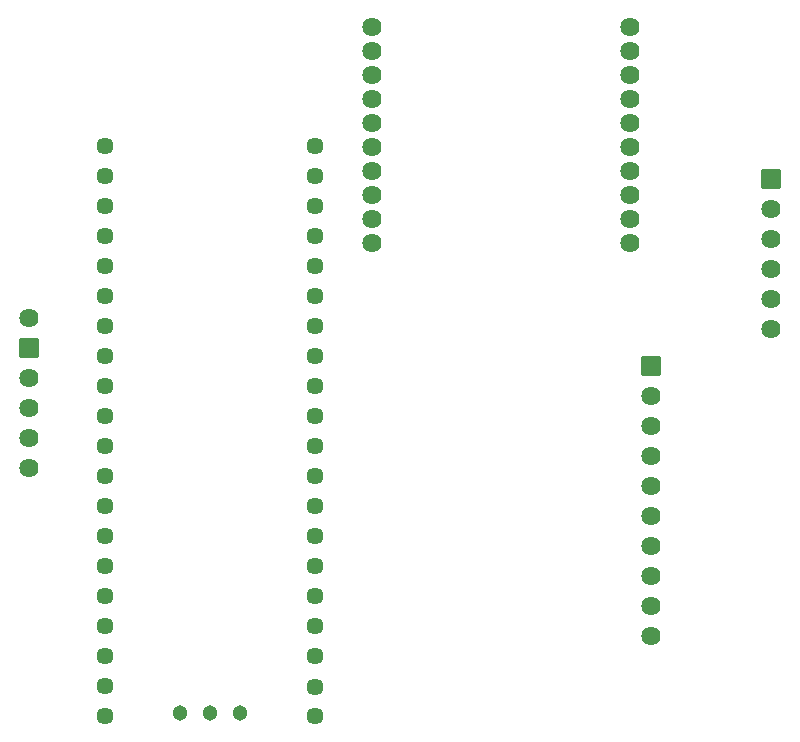
<source format=gts>
G04 Layer: TopSolderMaskLayer*
G04 EasyEDA v6.5.48, 2025-01-21 20:06:33*
G04 1a15377ceeac4a35b7f9d19b891e4bc2,48bb6e63cd8b433992a3f5e94ad137e8,10*
G04 Gerber Generator version 0.2*
G04 Scale: 100 percent, Rotated: No, Reflected: No *
G04 Dimensions in millimeters *
G04 leading zeros omitted , absolute positions ,4 integer and 5 decimal *
%FSLAX45Y45*%
%MOMM*%

%AMMACRO1*4,1,8,-0.7831,-0.8128,-0.8128,-0.7828,-0.8128,0.7831,-0.7831,0.8128,0.7828,0.8128,0.8128,0.7831,0.8128,-0.7828,0.7828,-0.8128,-0.7831,-0.8128,0*%
%ADD10C,1.6256*%
%ADD11MACRO1*%
%ADD12C,1.4516*%
%ADD13C,1.3016*%

%LPD*%
D10*
G01*
X1282700Y5143500D03*
G01*
X1282700Y5397500D03*
G01*
X1282700Y5651500D03*
G01*
X1282700Y5905500D03*
D11*
G01*
X1282700Y6159500D03*
D10*
G01*
X1282700Y6413500D03*
D11*
G01*
X7569200Y7594600D03*
D10*
G01*
X7569200Y7340600D03*
G01*
X7569200Y7086600D03*
G01*
X7569200Y6832600D03*
G01*
X7569200Y6578600D03*
G01*
X7569200Y6324600D03*
D11*
G01*
X6553200Y6007100D03*
D10*
G01*
X6553200Y5753100D03*
G01*
X6553200Y5499074D03*
G01*
X6553174Y5245100D03*
G01*
X6553200Y4991100D03*
G01*
X6553174Y4737100D03*
G01*
X6553174Y4483100D03*
G01*
X6553200Y4229125D03*
G01*
X6553174Y3975100D03*
G01*
X6553174Y3721125D03*
G01*
X6375400Y7658100D03*
G01*
X6375400Y7861300D03*
G01*
X6375400Y7454900D03*
G01*
X6375400Y7251700D03*
G01*
X6375400Y8064500D03*
G01*
X6375400Y8267700D03*
G01*
X6375400Y8470900D03*
G01*
X6375400Y8674100D03*
G01*
X6375400Y8877300D03*
G01*
X6375400Y7048500D03*
G01*
X4191000Y7251700D03*
G01*
X4191000Y7454874D03*
G01*
X4191000Y7658100D03*
G01*
X4191000Y7861300D03*
G01*
X4191000Y8064500D03*
G01*
X4191000Y8267700D03*
G01*
X4191000Y8470900D03*
G01*
X4191000Y8674100D03*
G01*
X4191000Y8877274D03*
G01*
X4191000Y7048500D03*
D12*
G01*
X1930400Y7873974D03*
G01*
X3708400Y7873974D03*
G01*
X1930425Y7619974D03*
G01*
X1930400Y7365974D03*
G01*
X1930425Y7112000D03*
G01*
X1930400Y6858000D03*
G01*
X1930425Y6604000D03*
G01*
X1930400Y6350000D03*
G01*
X1930400Y6096000D03*
G01*
X1930400Y5842000D03*
G01*
X1930400Y5587974D03*
G01*
X1930425Y5334000D03*
G01*
X1930400Y5080000D03*
G01*
X1930425Y4825974D03*
G01*
X1930400Y4571974D03*
G01*
X1930425Y4317974D03*
G01*
X1930400Y4063974D03*
G01*
X1930425Y3809974D03*
G01*
X1930425Y3555974D03*
G01*
X1930400Y3301974D03*
G01*
X1930425Y3047974D03*
G01*
X3708400Y7619974D03*
G01*
X3708400Y7366000D03*
G01*
X3708400Y7112000D03*
G01*
X3708425Y6858000D03*
G01*
X3708400Y6604000D03*
G01*
X3708425Y6350000D03*
G01*
X3708400Y6096000D03*
G01*
X3708425Y5842000D03*
G01*
X3708400Y5588000D03*
G01*
X3708400Y5333974D03*
G01*
X3708425Y5079974D03*
G01*
X3708400Y4825974D03*
G01*
X3708425Y4571974D03*
G01*
X3708400Y4317974D03*
G01*
X3708425Y4063974D03*
G01*
X3708400Y3809974D03*
G01*
X3708425Y3555974D03*
G01*
X3708400Y3289274D03*
G01*
X3708400Y3047974D03*
D13*
G01*
X2819425Y3073374D03*
G01*
X3073425Y3073400D03*
G01*
X2565425Y3073400D03*
M02*

</source>
